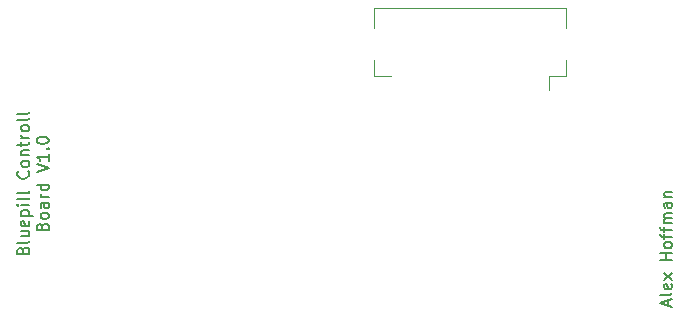
<source format=gbr>
G04 #@! TF.GenerationSoftware,KiCad,Pcbnew,5.1.5*
G04 #@! TF.CreationDate,2020-04-09T00:18:25+02:00*
G04 #@! TF.ProjectId,bluepill_control_board,626c7565-7069-46c6-9c5f-636f6e74726f,rev?*
G04 #@! TF.SameCoordinates,Original*
G04 #@! TF.FileFunction,Legend,Top*
G04 #@! TF.FilePolarity,Positive*
%FSLAX46Y46*%
G04 Gerber Fmt 4.6, Leading zero omitted, Abs format (unit mm)*
G04 Created by KiCad (PCBNEW 5.1.5) date 2020-04-09 00:18:25*
%MOMM*%
%LPD*%
G04 APERTURE LIST*
%ADD10C,0.150000*%
%ADD11C,0.120000*%
G04 APERTURE END LIST*
D10*
X238418666Y-137929333D02*
X238418666Y-137453142D01*
X238704380Y-138024571D02*
X237704380Y-137691238D01*
X238704380Y-137357904D01*
X238704380Y-136881714D02*
X238656761Y-136976952D01*
X238561523Y-137024571D01*
X237704380Y-137024571D01*
X238656761Y-136119809D02*
X238704380Y-136215047D01*
X238704380Y-136405523D01*
X238656761Y-136500761D01*
X238561523Y-136548380D01*
X238180571Y-136548380D01*
X238085333Y-136500761D01*
X238037714Y-136405523D01*
X238037714Y-136215047D01*
X238085333Y-136119809D01*
X238180571Y-136072190D01*
X238275809Y-136072190D01*
X238371047Y-136548380D01*
X238704380Y-135738857D02*
X238037714Y-135215047D01*
X238037714Y-135738857D02*
X238704380Y-135215047D01*
X238704380Y-134072190D02*
X237704380Y-134072190D01*
X238180571Y-134072190D02*
X238180571Y-133500761D01*
X238704380Y-133500761D02*
X237704380Y-133500761D01*
X238704380Y-132881714D02*
X238656761Y-132976952D01*
X238609142Y-133024571D01*
X238513904Y-133072190D01*
X238228190Y-133072190D01*
X238132952Y-133024571D01*
X238085333Y-132976952D01*
X238037714Y-132881714D01*
X238037714Y-132738857D01*
X238085333Y-132643619D01*
X238132952Y-132596000D01*
X238228190Y-132548380D01*
X238513904Y-132548380D01*
X238609142Y-132596000D01*
X238656761Y-132643619D01*
X238704380Y-132738857D01*
X238704380Y-132881714D01*
X238037714Y-132262666D02*
X238037714Y-131881714D01*
X238704380Y-132119809D02*
X237847238Y-132119809D01*
X237752000Y-132072190D01*
X237704380Y-131976952D01*
X237704380Y-131881714D01*
X238037714Y-131691238D02*
X238037714Y-131310285D01*
X238704380Y-131548380D02*
X237847238Y-131548380D01*
X237752000Y-131500761D01*
X237704380Y-131405523D01*
X237704380Y-131310285D01*
X238704380Y-130976952D02*
X238037714Y-130976952D01*
X238132952Y-130976952D02*
X238085333Y-130929333D01*
X238037714Y-130834095D01*
X238037714Y-130691238D01*
X238085333Y-130596000D01*
X238180571Y-130548380D01*
X238704380Y-130548380D01*
X238180571Y-130548380D02*
X238085333Y-130500761D01*
X238037714Y-130405523D01*
X238037714Y-130262666D01*
X238085333Y-130167428D01*
X238180571Y-130119809D01*
X238704380Y-130119809D01*
X238704380Y-129215047D02*
X238180571Y-129215047D01*
X238085333Y-129262666D01*
X238037714Y-129357904D01*
X238037714Y-129548380D01*
X238085333Y-129643619D01*
X238656761Y-129215047D02*
X238704380Y-129310285D01*
X238704380Y-129548380D01*
X238656761Y-129643619D01*
X238561523Y-129691238D01*
X238466285Y-129691238D01*
X238371047Y-129643619D01*
X238323428Y-129548380D01*
X238323428Y-129310285D01*
X238275809Y-129215047D01*
X238037714Y-128738857D02*
X238704380Y-128738857D01*
X238132952Y-128738857D02*
X238085333Y-128691238D01*
X238037714Y-128596000D01*
X238037714Y-128453142D01*
X238085333Y-128357904D01*
X238180571Y-128310285D01*
X238704380Y-128310285D01*
X183761571Y-133277857D02*
X183809190Y-133135000D01*
X183856809Y-133087380D01*
X183952047Y-133039761D01*
X184094904Y-133039761D01*
X184190142Y-133087380D01*
X184237761Y-133135000D01*
X184285380Y-133230238D01*
X184285380Y-133611190D01*
X183285380Y-133611190D01*
X183285380Y-133277857D01*
X183333000Y-133182619D01*
X183380619Y-133135000D01*
X183475857Y-133087380D01*
X183571095Y-133087380D01*
X183666333Y-133135000D01*
X183713952Y-133182619D01*
X183761571Y-133277857D01*
X183761571Y-133611190D01*
X184285380Y-132468333D02*
X184237761Y-132563571D01*
X184142523Y-132611190D01*
X183285380Y-132611190D01*
X183618714Y-131658809D02*
X184285380Y-131658809D01*
X183618714Y-132087380D02*
X184142523Y-132087380D01*
X184237761Y-132039761D01*
X184285380Y-131944523D01*
X184285380Y-131801666D01*
X184237761Y-131706428D01*
X184190142Y-131658809D01*
X184237761Y-130801666D02*
X184285380Y-130896904D01*
X184285380Y-131087380D01*
X184237761Y-131182619D01*
X184142523Y-131230238D01*
X183761571Y-131230238D01*
X183666333Y-131182619D01*
X183618714Y-131087380D01*
X183618714Y-130896904D01*
X183666333Y-130801666D01*
X183761571Y-130754047D01*
X183856809Y-130754047D01*
X183952047Y-131230238D01*
X183618714Y-130325476D02*
X184618714Y-130325476D01*
X183666333Y-130325476D02*
X183618714Y-130230238D01*
X183618714Y-130039761D01*
X183666333Y-129944523D01*
X183713952Y-129896904D01*
X183809190Y-129849285D01*
X184094904Y-129849285D01*
X184190142Y-129896904D01*
X184237761Y-129944523D01*
X184285380Y-130039761D01*
X184285380Y-130230238D01*
X184237761Y-130325476D01*
X184285380Y-129420714D02*
X183618714Y-129420714D01*
X183285380Y-129420714D02*
X183333000Y-129468333D01*
X183380619Y-129420714D01*
X183333000Y-129373095D01*
X183285380Y-129420714D01*
X183380619Y-129420714D01*
X184285380Y-128801666D02*
X184237761Y-128896904D01*
X184142523Y-128944523D01*
X183285380Y-128944523D01*
X184285380Y-128277857D02*
X184237761Y-128373095D01*
X184142523Y-128420714D01*
X183285380Y-128420714D01*
X184190142Y-126563571D02*
X184237761Y-126611190D01*
X184285380Y-126754047D01*
X184285380Y-126849285D01*
X184237761Y-126992142D01*
X184142523Y-127087380D01*
X184047285Y-127135000D01*
X183856809Y-127182619D01*
X183713952Y-127182619D01*
X183523476Y-127135000D01*
X183428238Y-127087380D01*
X183333000Y-126992142D01*
X183285380Y-126849285D01*
X183285380Y-126754047D01*
X183333000Y-126611190D01*
X183380619Y-126563571D01*
X184285380Y-125992142D02*
X184237761Y-126087380D01*
X184190142Y-126135000D01*
X184094904Y-126182619D01*
X183809190Y-126182619D01*
X183713952Y-126135000D01*
X183666333Y-126087380D01*
X183618714Y-125992142D01*
X183618714Y-125849285D01*
X183666333Y-125754047D01*
X183713952Y-125706428D01*
X183809190Y-125658809D01*
X184094904Y-125658809D01*
X184190142Y-125706428D01*
X184237761Y-125754047D01*
X184285380Y-125849285D01*
X184285380Y-125992142D01*
X183618714Y-125230238D02*
X184285380Y-125230238D01*
X183713952Y-125230238D02*
X183666333Y-125182619D01*
X183618714Y-125087380D01*
X183618714Y-124944523D01*
X183666333Y-124849285D01*
X183761571Y-124801666D01*
X184285380Y-124801666D01*
X183618714Y-124468333D02*
X183618714Y-124087380D01*
X183285380Y-124325476D02*
X184142523Y-124325476D01*
X184237761Y-124277857D01*
X184285380Y-124182619D01*
X184285380Y-124087380D01*
X184285380Y-123754047D02*
X183618714Y-123754047D01*
X183809190Y-123754047D02*
X183713952Y-123706428D01*
X183666333Y-123658809D01*
X183618714Y-123563571D01*
X183618714Y-123468333D01*
X184285380Y-122992142D02*
X184237761Y-123087380D01*
X184190142Y-123135000D01*
X184094904Y-123182619D01*
X183809190Y-123182619D01*
X183713952Y-123135000D01*
X183666333Y-123087380D01*
X183618714Y-122992142D01*
X183618714Y-122849285D01*
X183666333Y-122754047D01*
X183713952Y-122706428D01*
X183809190Y-122658809D01*
X184094904Y-122658809D01*
X184190142Y-122706428D01*
X184237761Y-122754047D01*
X184285380Y-122849285D01*
X184285380Y-122992142D01*
X184285380Y-122087380D02*
X184237761Y-122182619D01*
X184142523Y-122230238D01*
X183285380Y-122230238D01*
X184285380Y-121563571D02*
X184237761Y-121658809D01*
X184142523Y-121706428D01*
X183285380Y-121706428D01*
X185411571Y-131230238D02*
X185459190Y-131087380D01*
X185506809Y-131039761D01*
X185602047Y-130992142D01*
X185744904Y-130992142D01*
X185840142Y-131039761D01*
X185887761Y-131087380D01*
X185935380Y-131182619D01*
X185935380Y-131563571D01*
X184935380Y-131563571D01*
X184935380Y-131230238D01*
X184983000Y-131135000D01*
X185030619Y-131087380D01*
X185125857Y-131039761D01*
X185221095Y-131039761D01*
X185316333Y-131087380D01*
X185363952Y-131135000D01*
X185411571Y-131230238D01*
X185411571Y-131563571D01*
X185935380Y-130420714D02*
X185887761Y-130515952D01*
X185840142Y-130563571D01*
X185744904Y-130611190D01*
X185459190Y-130611190D01*
X185363952Y-130563571D01*
X185316333Y-130515952D01*
X185268714Y-130420714D01*
X185268714Y-130277857D01*
X185316333Y-130182619D01*
X185363952Y-130135000D01*
X185459190Y-130087380D01*
X185744904Y-130087380D01*
X185840142Y-130135000D01*
X185887761Y-130182619D01*
X185935380Y-130277857D01*
X185935380Y-130420714D01*
X185935380Y-129230238D02*
X185411571Y-129230238D01*
X185316333Y-129277857D01*
X185268714Y-129373095D01*
X185268714Y-129563571D01*
X185316333Y-129658809D01*
X185887761Y-129230238D02*
X185935380Y-129325476D01*
X185935380Y-129563571D01*
X185887761Y-129658809D01*
X185792523Y-129706428D01*
X185697285Y-129706428D01*
X185602047Y-129658809D01*
X185554428Y-129563571D01*
X185554428Y-129325476D01*
X185506809Y-129230238D01*
X185935380Y-128754047D02*
X185268714Y-128754047D01*
X185459190Y-128754047D02*
X185363952Y-128706428D01*
X185316333Y-128658809D01*
X185268714Y-128563571D01*
X185268714Y-128468333D01*
X185935380Y-127706428D02*
X184935380Y-127706428D01*
X185887761Y-127706428D02*
X185935380Y-127801666D01*
X185935380Y-127992142D01*
X185887761Y-128087380D01*
X185840142Y-128135000D01*
X185744904Y-128182619D01*
X185459190Y-128182619D01*
X185363952Y-128135000D01*
X185316333Y-128087380D01*
X185268714Y-127992142D01*
X185268714Y-127801666D01*
X185316333Y-127706428D01*
X184935380Y-126611190D02*
X185935380Y-126277857D01*
X184935380Y-125944523D01*
X185935380Y-125087380D02*
X185935380Y-125658809D01*
X185935380Y-125373095D02*
X184935380Y-125373095D01*
X185078238Y-125468333D01*
X185173476Y-125563571D01*
X185221095Y-125658809D01*
X185840142Y-124658809D02*
X185887761Y-124611190D01*
X185935380Y-124658809D01*
X185887761Y-124706428D01*
X185840142Y-124658809D01*
X185935380Y-124658809D01*
X184935380Y-123992142D02*
X184935380Y-123896904D01*
X184983000Y-123801666D01*
X185030619Y-123754047D01*
X185125857Y-123706428D01*
X185316333Y-123658809D01*
X185554428Y-123658809D01*
X185744904Y-123706428D01*
X185840142Y-123754047D01*
X185887761Y-123801666D01*
X185935380Y-123896904D01*
X185935380Y-123992142D01*
X185887761Y-124087380D01*
X185840142Y-124135000D01*
X185744904Y-124182619D01*
X185554428Y-124230238D01*
X185316333Y-124230238D01*
X185125857Y-124182619D01*
X185030619Y-124135000D01*
X184983000Y-124087380D01*
X184935380Y-123992142D01*
D11*
X228275000Y-118521000D02*
X228275000Y-119721000D01*
X213465000Y-112721000D02*
X213465000Y-114461000D01*
X229765000Y-112721000D02*
X213465000Y-112721000D01*
X229765000Y-114461000D02*
X229765000Y-112721000D01*
X213465000Y-118521000D02*
X213465000Y-117181000D01*
X214955000Y-118521000D02*
X213465000Y-118521000D01*
X229765000Y-118521000D02*
X229765000Y-117181000D01*
X228275000Y-118521000D02*
X229765000Y-118521000D01*
M02*

</source>
